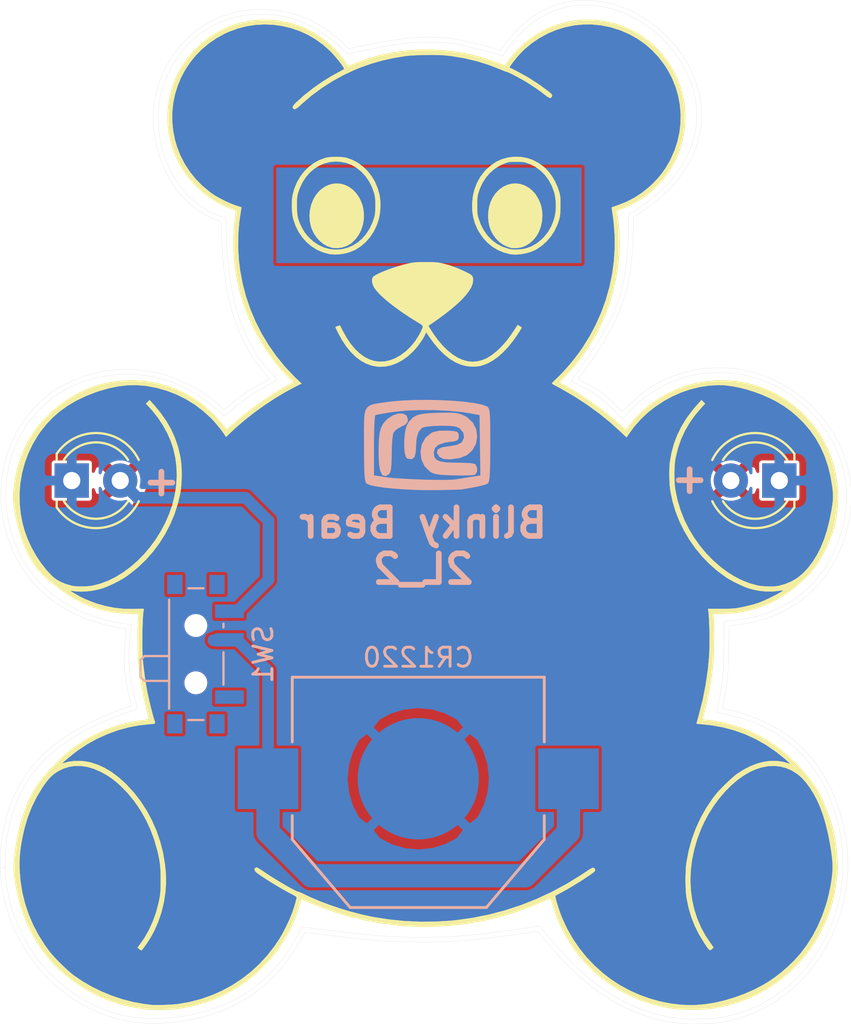
<source format=kicad_pcb>
(kicad_pcb (version 20171130) (host pcbnew "(5.1.2)-2")
  (layers (0 F.Cu signal) (31 B.Cu signal) (34 B.Paste user) (35 F.Paste user) (36 B.SilkS user) (37 F.SilkS user) (38 B.Mask user) (39 F.Mask user) (44 Edge.Cuts user))
  (net 0 "")
  (net 1 "Net-(D1-Pad2)")
  (net 2 GND)
  (net 3 /V+)
  (net 4 "Net-(SW1-Pad1)")
  (module LEDs:LED_D4.0mm (layer F.Cu) (at 154.432003 78.74 180)
    (fp_text reference D2 hide)
    (fp_text value LED)
    (pad 1 thru_hole rect (at 0 0 180) (size 1.8 1.8) (drill 0.9) (layers *.Cu *.Mask) (net 2 GND))
    (pad 2 thru_hole circle (at 2.54 0 180) (size 1.8 1.8) (drill 0.9) (layers *.Cu *.Mask) (net 1 "Net-(D1-Pad2)"))
  )
  (module blinky-bear:BlinkyBear_outline (layer F.Cu) (at 135.89 80.391)
    (fp_text reference Bear*** hide)
    (fp_text value LOGO hide)
    (fp_poly (pts (xy 8.863017 -26.797414) (xy 9.357175 -26.726652) (xy 9.853116 -26.607688) (xy 10.348789 -26.440345) (xy 10.842146 -26.224446) (xy 10.990151 -26.149788) (xy 11.429548 -25.897056) (xy 11.85992 -25.602558) (xy 12.271829 -25.274023) (xy 12.655835 -24.919182) (xy 13.002498 -24.545764) (xy 13.115436 -24.4094) (xy 13.431469 -23.980739) (xy 13.708625 -23.533) (xy 13.94543 -23.070369) (xy 14.140406 -22.597033) (xy 14.29208 -22.117176) (xy 14.398977 -21.634984) (xy 14.45962 -21.154642) (xy 14.472536 -20.680335) (xy 14.468495 -20.570406) (xy 14.418343 -20.058308) (xy 14.319099 -19.558696) (xy 14.171004 -19.071929) (xy 13.974295 -18.598366) (xy 13.729214 -18.138363) (xy 13.435998 -17.692279) (xy 13.094887 -17.260472) (xy 12.706122 -16.843299) (xy 12.26994 -16.441119) (xy 11.786581 -16.054289) (xy 11.256286 -15.683168) (xy 11.157316 -15.618991) (xy 10.904187 -15.456703) (xy 10.888156 -14.668902) (xy 10.868328 -14.071442) (xy 10.832777 -13.509316) (xy 10.77975 -12.977557) (xy 10.707494 -12.471195) (xy 10.614257 -11.985262) (xy 10.498284 -11.514788) (xy 10.357824 -11.054806) (xy 10.191124 -10.600346) (xy 9.996431 -10.146441) (xy 9.771992 -9.688121) (xy 9.516053 -9.220418) (xy 9.226863 -8.738362) (xy 8.902669 -8.236987) (xy 8.541716 -7.711321) (xy 8.327766 -7.411267) (xy 8.003109 -6.961234) (xy 8.275104 -6.817325) (xy 8.458178 -6.720251) (xy 8.604201 -6.642133) (xy 8.721156 -6.57842) (xy 8.817024 -6.52456) (xy 8.899788 -6.476) (xy 8.97743 -6.428188) (xy 9.057933 -6.376571) (xy 9.124954 -6.332646) (xy 9.260832 -6.234912) (xy 9.421876 -6.103915) (xy 9.610385 -5.937692) (xy 9.828664 -5.73428) (xy 9.843678 -5.719972) (xy 10.314747 -5.2705) (xy 10.688223 -5.639403) (xy 11.120772 -6.034505) (xy 11.57196 -6.383119) (xy 12.043617 -6.68615) (xy 12.537575 -6.944505) (xy 13.055667 -7.159092) (xy 13.599723 -7.330817) (xy 14.171576 -7.460587) (xy 14.4653 -7.509551) (xy 14.63112 -7.528334) (xy 14.834434 -7.54231) (xy 15.063844 -7.55147) (xy 15.307951 -7.555807) (xy 15.555355 -7.555313) (xy 15.794657 -7.54998) (xy 16.014458 -7.5398) (xy 16.20336 -7.524765) (xy 16.314551 -7.51082) (xy 16.915188 -7.393276) (xy 17.495414 -7.229381) (xy 18.054565 -7.019424) (xy 18.591979 -6.763694) (xy 19.106996 -6.46248) (xy 19.598951 -6.11607) (xy 19.7104 -6.028731) (xy 19.858645 -5.904051) (xy 20.027877 -5.751552) (xy 20.206563 -5.582445) (xy 20.383171 -5.407939) (xy 20.546172 -5.239246) (xy 20.684033 -5.087576) (xy 20.712397 -5.0546) (xy 21.081248 -4.582666) (xy 21.403065 -4.091576) (xy 21.678005 -3.580988) (xy 21.906221 -3.050559) (xy 22.087869 -2.499947) (xy 22.223103 -1.928808) (xy 22.280407 -1.5875) (xy 22.293775 -1.458375) (xy 22.303526 -1.290148) (xy 22.309663 -1.094392) (xy 22.312189 -0.882675) (xy 22.311107 -0.666569) (xy 22.30642 -0.457643) (xy 22.298131 -0.267469) (xy 22.286244 -0.107616) (xy 22.279991 -0.0508) (xy 22.179974 0.553743) (xy 22.033989 1.141286) (xy 21.843047 1.709278) (xy 21.608163 2.255172) (xy 21.330348 2.776417) (xy 21.010616 3.270465) (xy 20.900551 3.421154) (xy 20.782146 3.569419) (xy 20.636724 3.737052) (xy 20.474461 3.913443) (xy 20.305534 4.087987) (xy 20.14012 4.250077) (xy 19.988396 4.389105) (xy 19.901428 4.462494) (xy 19.446214 4.796783) (xy 18.961309 5.090465) (xy 18.448455 5.34284) (xy 17.909392 5.553207) (xy 17.345862 5.720868) (xy 16.759607 5.845121) (xy 16.299053 5.91019) (xy 15.90778 5.953967) (xy 15.892465 7.060033) (xy 15.886063 7.439715) (xy 15.877595 7.77611) (xy 15.866396 8.076711) (xy 15.851799 8.349012) (xy 15.833138 8.600507) (xy 15.809748 8.838688) (xy 15.780961 9.07105) (xy 15.746111 9.305086) (xy 15.704533 9.54829) (xy 15.655561 9.808154) (xy 15.64208 9.876624) (xy 15.616928 10.011281) (xy 15.59801 10.128282) (xy 15.586543 10.218673) (xy 15.583742 10.273501) (xy 15.586544 10.285455) (xy 15.619756 10.298614) (xy 15.690418 10.317802) (xy 15.786034 10.339782) (xy 15.8369 10.350328) (xy 16.43178 10.492452) (xy 17.014049 10.67719) (xy 17.578132 10.902056) (xy 18.118456 11.164568) (xy 18.629449 11.462242) (xy 19.105536 11.792593) (xy 19.150929 11.827268) (xy 19.318417 11.963901) (xy 19.50421 12.128283) (xy 19.697535 12.309885) (xy 19.887621 12.498177) (xy 20.063698 12.68263) (xy 20.214993 12.852715) (xy 20.277599 12.9286) (xy 20.584201 13.342355) (xy 20.871792 13.788924) (xy 21.129802 14.25103) (xy 21.295444 14.592769) (xy 21.53707 15.179585) (xy 21.73993 15.782987) (xy 21.902849 16.396815) (xy 22.024647 17.014903) (xy 22.104148 17.631091) (xy 22.140173 18.239214) (xy 22.131545 18.833111) (xy 22.125317 18.9357) (xy 22.055241 19.615449) (xy 21.938838 20.278952) (xy 21.776933 20.924349) (xy 21.570347 21.549784) (xy 21.319905 22.153398) (xy 21.026429 22.733336) (xy 20.690742 23.287738) (xy 20.313667 23.814747) (xy 19.896028 24.312506) (xy 19.609591 24.613106) (xy 19.148695 25.039156) (xy 18.663768 25.420464) (xy 18.155147 25.75686) (xy 17.623169 26.048176) (xy 17.068172 26.294242) (xy 16.490491 26.494891) (xy 15.890465 26.649952) (xy 15.347311 26.748112) (xy 15.222947 26.762687) (xy 15.061414 26.776236) (xy 14.872733 26.788407) (xy 14.666924 26.798849) (xy 14.454009 26.807209) (xy 14.244008 26.813136) (xy 14.046943 26.816278) (xy 13.872835 26.816284) (xy 13.731703 26.812802) (xy 13.6525 26.80759) (xy 13.431176 26.785606) (xy 13.251049 26.766804) (xy 13.102698 26.750041) (xy 12.976703 26.734173) (xy 12.863645 26.718057) (xy 12.754104 26.70055) (xy 12.7127 26.693511) (xy 12.10743 26.56539) (xy 11.511486 26.391) (xy 10.924248 26.169922) (xy 10.345097 25.90174) (xy 9.773412 25.586034) (xy 9.208574 25.222387) (xy 8.649965 24.81038) (xy 8.096963 24.349596) (xy 7.54895 23.839617) (xy 7.005305 23.280024) (xy 6.46541 22.6704) (xy 6.108635 22.2377) (xy 6.012268 22.120151) (xy 5.940461 22.039182) (xy 5.888316 21.989982) (xy 5.850936 21.967744) (xy 5.831476 21.965566) (xy 5.795573 21.970634) (xy 5.714935 21.982103) (xy 5.595115 21.999182) (xy 5.441667 22.021078) (xy 5.260144 22.046999) (xy 5.056099 22.07615) (xy 4.835085 22.107741) (xy 4.7244 22.123568) (xy 4.159651 22.202606) (xy 3.638318 22.271713) (xy 3.154096 22.331367) (xy 2.700679 22.382047) (xy 2.271759 22.42423) (xy 1.861033 22.458396) (xy 1.462193 22.485021) (xy 1.068934 22.504585) (xy 0.67495 22.517566) (xy 0.273936 22.524441) (xy -0.140416 22.52569) (xy -0.5334 22.522353) (xy -0.928002 22.515588) (xy -1.296685 22.50577) (xy -1.648965 22.49228) (xy -1.994353 22.474497) (xy -2.342364 22.451802) (xy -2.70251 22.423573) (xy -3.084304 22.389191) (xy -3.49726 22.348035) (xy -3.9497 22.299616) (xy -4.132231 22.279075) (xy -4.338077 22.255093) (xy -4.560692 22.228503) (xy -4.79353 22.200136) (xy -5.030043 22.170826) (xy -5.263687 22.141406) (xy -5.487913 22.112709) (xy -5.696175 22.085567) (xy -5.881927 22.060813) (xy -6.038623 22.039279) (xy -6.159716 22.021799) (xy -6.238659 22.009206) (xy -6.251818 22.006767) (xy -6.282694 22.004091) (xy -6.309583 22.014656) (xy -6.338715 22.045804) (xy -6.376319 22.104877) (xy -6.428622 22.199217) (xy -6.451955 22.242675) (xy -6.793951 22.834969) (xy -7.163651 23.384855) (xy -7.561467 23.89277) (xy -7.987811 24.359153) (xy -8.443093 24.78444) (xy -8.927725 25.169068) (xy -9.442119 25.513476) (xy -9.635344 25.628091) (xy -10.180073 25.912717) (xy -10.753005 26.157373) (xy -11.354983 26.362291) (xy -11.986853 26.527705) (xy -12.649458 26.653847) (xy -13.343645 26.740951) (xy -13.796314 26.775812) (xy -14.416711 26.787549) (xy -15.030712 26.749296) (xy -15.636446 26.661658) (xy -16.232046 26.525244) (xy -16.815642 26.34066) (xy -17.385365 26.108513) (xy -17.939346 25.829409) (xy -18.475717 25.503957) (xy -18.992608 25.132763) (xy -19.08844 25.057131) (xy -19.272925 24.901876) (xy -19.47675 24.717523) (xy -19.68842 24.515348) (xy -19.896441 24.306624) (xy -20.089318 24.102627) (xy -20.255558 23.914632) (xy -20.266778 23.901317) (xy -20.668206 23.384963) (xy -21.027963 22.843276) (xy -21.34508 22.279236) (xy -21.618584 21.695822) (xy -21.847505 21.096013) (xy -22.030872 20.482788) (xy -22.167714 19.859128) (xy -22.25706 19.22801) (xy -22.295812 18.625458) (xy -22.043612 18.625458) (xy -22.000919 19.238969) (xy -21.912244 19.845037) (xy -21.779088 20.441112) (xy -21.60295 21.024647) (xy -21.385331 21.593092) (xy -21.12773 22.1439) (xy -20.831647 22.67452) (xy -20.498583 23.182405) (xy -20.130036 23.665005) (xy -19.727507 24.119773) (xy -19.292496 24.544159) (xy -18.826503 24.935615) (xy -18.331027 25.291591) (xy -17.807568 25.609541) (xy -17.257627 25.886913) (xy -16.890882 26.042582) (xy -16.377431 26.223416) (xy -15.86188 26.360839) (xy -15.335974 26.456382) (xy -14.791459 26.511577) (xy -14.2748 26.528029) (xy -13.602573 26.50708) (xy -12.941949 26.442576) (xy -12.296243 26.335412) (xy -11.668773 26.18648) (xy -11.062855 25.996673) (xy -10.481804 25.766884) (xy -9.928937 25.498006) (xy -9.479345 25.236695) (xy -8.986306 24.896636) (xy -8.519054 24.513877) (xy -8.079471 24.090544) (xy -7.669443 23.628763) (xy -7.290853 23.130659) (xy -6.945586 22.598359) (xy -6.635525 22.033988) (xy -6.628614 22.02023) (xy -6.566305 21.89703) (xy -6.521174 21.812638) (xy -6.488042 21.760244) (xy -6.461732 21.733038) (xy -6.437068 21.724211) (xy -6.408871 21.726954) (xy -6.406063 21.727519) (xy -6.350811 21.736916) (xy -6.252158 21.751702) (xy -6.117108 21.770944) (xy -5.952665 21.793711) (xy -5.765832 21.81907) (xy -5.563615 21.846087) (xy -5.353016 21.87383) (xy -5.141039 21.901366) (xy -4.93469 21.927764) (xy -4.740971 21.952089) (xy -4.566886 21.97341) (xy -4.4958 21.981896) (xy -3.912625 22.048436) (xy -3.369282 22.105321) (xy -2.855904 22.153419) (xy -2.362625 22.193598) (xy -1.879579 22.226728) (xy -1.4224 22.2524) (xy -1.236936 22.259678) (xy -1.013653 22.265053) (xy -0.76046 22.268594) (xy -0.485267 22.270368) (xy -0.195981 22.270441) (xy 0.09949 22.268882) (xy 0.393237 22.265757) (xy 0.677352 22.261133) (xy 0.943926 22.255078) (xy 1.185051 22.247658) (xy 1.392818 22.238942) (xy 1.55932 22.228996) (xy 1.5875 22.226823) (xy 2.308385 22.162303) (xy 3.057243 22.083706) (xy 3.813967 21.993357) (xy 4.558451 21.893583) (xy 4.907689 21.842707) (xy 5.087718 21.815838) (xy 5.273039 21.788336) (xy 5.449499 21.762289) (xy 5.602946 21.739787) (xy 5.711951 21.723966) (xy 6.001003 21.682374) (xy 6.053103 21.753895) (xy 6.113781 21.834123) (xy 6.200025 21.944017) (xy 6.304481 22.074554) (xy 6.419799 22.216707) (xy 6.538625 22.361454) (xy 6.653607 22.499767) (xy 6.757393 22.622624) (xy 6.819711 22.6949) (xy 7.358925 23.285727) (xy 7.901486 23.826174) (xy 8.447891 24.31658) (xy 8.99864 24.757286) (xy 9.554229 25.148631) (xy 10.115157 25.490954) (xy 10.681922 25.784597) (xy 11.255021 26.029898) (xy 11.834953 26.227197) (xy 12.106869 26.30263) (xy 12.467754 26.38707) (xy 12.837445 26.455736) (xy 13.229865 26.510903) (xy 13.6398 26.553179) (xy 13.740044 26.558287) (xy 13.880952 26.560374) (xy 14.052496 26.559741) (xy 14.244646 26.556684) (xy 14.447376 26.551505) (xy 14.650657 26.544502) (xy 14.844461 26.535973) (xy 15.01876 26.526219) (xy 15.163526 26.515539) (xy 15.2654 26.504692) (xy 15.862605 26.397863) (xy 16.442501 26.243983) (xy 17.003382 26.044344) (xy 17.54354 25.800239) (xy 18.06127 25.512962) (xy 18.554866 25.183804) (xy 19.022621 24.81406) (xy 19.462828 24.405022) (xy 19.873783 23.957983) (xy 20.253777 23.474235) (xy 20.601105 22.955073) (xy 20.914061 22.401787) (xy 21.054631 22.11801) (xy 21.314756 21.509693) (xy 21.526478 20.887482) (xy 21.689499 20.253814) (xy 21.803519 19.611124) (xy 21.86824 18.96185) (xy 21.883362 18.308427) (xy 21.848588 17.653292) (xy 21.763617 16.99888) (xy 21.714991 16.735283) (xy 21.56293 16.086739) (xy 21.372941 15.468032) (xy 21.14572 14.880243) (xy 20.881967 14.324452) (xy 20.582381 13.801741) (xy 20.24766 13.313188) (xy 19.878503 12.859874) (xy 19.475609 12.442881) (xy 19.039676 12.063287) (xy 18.571404 11.722173) (xy 18.4023 11.613505) (xy 17.978643 11.37282) (xy 17.516962 11.152242) (xy 17.027354 10.955597) (xy 16.519915 10.786709) (xy 16.00474 10.649402) (xy 15.6718 10.579143) (xy 15.539583 10.554052) (xy 15.424217 10.531841) (xy 15.33537 10.514396) (xy 15.282709 10.503602) (xy 15.273683 10.501499) (xy 15.259365 10.482853) (xy 15.261414 10.433519) (xy 15.279982 10.345689) (xy 15.316475 10.1872) (xy 15.357041 9.995459) (xy 15.399086 9.784216) (xy 15.440018 9.567217) (xy 15.477246 9.358214) (xy 15.508176 9.170955) (xy 15.530217 9.019188) (xy 15.530499 9.017) (xy 15.551415 8.849216) (xy 15.569122 8.693475) (xy 15.583963 8.543141) (xy 15.596282 8.391573) (xy 15.60642 8.232135) (xy 15.614723 8.058188) (xy 15.621531 7.863095) (xy 15.62719 7.640216) (xy 15.632041 7.382914) (xy 15.636429 7.084551) (xy 15.638416 6.929241) (xy 15.653381 5.717783) (xy 15.78324 5.705046) (xy 15.863232 5.697244) (xy 15.976771 5.686225) (xy 16.106838 5.67364) (xy 16.201614 5.664492) (xy 16.784861 5.585104) (xy 17.347528 5.461906) (xy 17.88772 5.295858) (xy 18.403541 5.087916) (xy 18.893093 4.839038) (xy 19.35448 4.55018) (xy 19.785807 4.222302) (xy 20.185177 3.856359) (xy 20.528683 3.4798) (xy 20.848812 3.058767) (xy 21.136233 2.603179) (xy 21.388943 2.118949) (xy 21.604939 1.611991) (xy 21.782218 1.08822) (xy 21.918777 0.553551) (xy 22.012613 0.013896) (xy 22.061723 -0.524828) (xy 22.06421 -1.0541) (xy 22.016942 -1.595461) (xy 21.920039 -2.131659) (xy 21.774613 -2.659785) (xy 21.581779 -3.17693) (xy 21.34265 -3.680185) (xy 21.058341 -4.166641) (xy 20.729966 -4.633388) (xy 20.658875 -4.7244) (xy 20.554902 -4.847856) (xy 20.421904 -4.994634) (xy 20.269089 -5.155512) (xy 20.105663 -5.321271) (xy 19.940834 -5.482688) (xy 19.783808 -5.630544) (xy 19.643794 -5.755617) (xy 19.558 -5.82693) (xy 19.11369 -6.151663) (xy 18.642761 -6.442978) (xy 18.154103 -6.696083) (xy 17.656608 -6.906189) (xy 17.370638 -7.005464) (xy 16.975702 -7.119837) (xy 16.594548 -7.20466) (xy 16.209546 -7.262944) (xy 15.803066 -7.297702) (xy 15.6083 -7.306474) (xy 15.02554 -7.301992) (xy 14.456112 -7.24872) (xy 13.901202 -7.14707) (xy 13.361997 -6.997457) (xy 12.839686 -6.800296) (xy 12.335454 -6.556) (xy 11.850489 -6.264983) (xy 11.385979 -5.92766) (xy 11.188156 -5.764483) (xy 11.082848 -5.670714) (xy 10.962502 -5.557782) (xy 10.835445 -5.434095) (xy 10.71 -5.308061) (xy 10.594493 -5.188088) (xy 10.49725 -5.082584) (xy 10.426596 -4.999958) (xy 10.410457 -4.979041) (xy 10.367313 -4.92898) (xy 10.333074 -4.903156) (xy 10.328398 -4.9022) (xy 10.3046 -4.919409) (xy 10.249545 -4.968085) (xy 10.167925 -5.043799) (xy 10.064432 -5.142127) (xy 9.943759 -5.258641) (xy 9.810597 -5.388914) (xy 9.768025 -5.430896) (xy 9.587667 -5.607584) (xy 9.431245 -5.75618) (xy 9.29066 -5.882535) (xy 9.157809 -5.992501) (xy 9.024591 -6.091928) (xy 8.882906 -6.186667) (xy 8.724651 -6.282569) (xy 8.541725 -6.385484) (xy 8.326028 -6.501265) (xy 8.1788 -6.578667) (xy 8.026993 -6.658164) (xy 7.890961 -6.729514) (xy 7.776907 -6.789456) (xy 7.691029 -6.834726) (xy 7.639529 -6.862065) (xy 7.627223 -6.868809) (xy 7.640014 -6.889615) (xy 7.678868 -6.945812) (xy 7.739812 -7.031823) (xy 7.818873 -7.14207) (xy 7.912077 -7.270976) (xy 7.991349 -7.379944) (xy 8.337702 -7.86289) (xy 8.649363 -8.314995) (xy 8.928608 -8.740263) (xy 9.177713 -9.142697) (xy 9.398954 -9.526299) (xy 9.594605 -9.895074) (xy 9.766942 -10.253025) (xy 9.91824 -10.604155) (xy 10.050775 -10.952467) (xy 10.095915 -11.08262) (xy 10.252512 -11.599478) (xy 10.382126 -12.144479) (xy 10.485164 -12.720563) (xy 10.56203 -13.330672) (xy 10.613134 -13.977745) (xy 10.638879 -14.664724) (xy 10.64238 -15.0368) (xy 10.642651 -15.6083) (xy 10.770089 -15.679876) (xy 10.883266 -15.747226) (xy 11.025859 -15.837815) (xy 11.186821 -15.944166) (xy 11.355106 -16.058803) (xy 11.519667 -16.174249) (xy 11.669458 -16.283027) (xy 11.74283 -16.338288) (xy 12.198708 -16.713366) (xy 12.610525 -17.106062) (xy 12.977447 -17.515153) (xy 13.298637 -17.939414) (xy 13.573261 -18.377622) (xy 13.800485 -18.828552) (xy 13.979473 -19.290982) (xy 14.10939 -19.763686) (xy 14.122884 -19.827056) (xy 14.194601 -20.2997) (xy 14.217374 -20.776168) (xy 14.192616 -21.253591) (xy 14.12174 -21.729105) (xy 14.00616 -22.199841) (xy 13.847289 -22.662934) (xy 13.64654 -23.115515) (xy 13.405326 -23.554719) (xy 13.125061 -23.977678) (xy 12.807158 -24.381526) (xy 12.453031 -24.763395) (xy 12.064092 -25.120419) (xy 11.641755 -25.449731) (xy 11.210735 -25.73439) (xy 10.751082 -25.987157) (xy 10.280973 -26.19495) (xy 9.803605 -26.357205) (xy 9.322173 -26.473359) (xy 8.839876 -26.54285) (xy 8.359908 -26.565114) (xy 7.885468 -26.539587) (xy 7.419752 -26.465707) (xy 7.2644 -26.429583) (xy 6.813021 -26.289838) (xy 6.375781 -26.102042) (xy 5.954218 -25.867355) (xy 5.549871 -25.58694) (xy 5.164279 -25.261958) (xy 4.79898 -24.89357) (xy 4.455514 -24.482937) (xy 4.183922 -24.1046) (xy 4.126709 -24.019379) (xy 4.080912 -23.951577) (xy 4.053333 -23.911244) (xy 4.048598 -23.904636) (xy 4.023075 -23.908637) (xy 3.95549 -23.924919) (xy 3.852599 -23.951696) (xy 3.721153 -23.987185) (xy 3.567906 -24.029599) (xy 3.449168 -24.063054) (xy 3.009803 -24.184607) (xy 2.609242 -24.288567) (xy 2.239332 -24.376711) (xy 1.891917 -24.450822) (xy 1.558843 -24.512678) (xy 1.231953 -24.564061) (xy 1.0287 -24.591454) (xy 0.886162 -24.604653) (xy 0.703246 -24.614188) (xy 0.490235 -24.620131) (xy 0.257414 -24.622552) (xy 0.015066 -24.621523) (xy -0.226524 -24.617115) (xy -0.457073 -24.6094) (xy -0.666296 -24.598449) (xy -0.84391 -24.584333) (xy -0.9017 -24.578067) (xy -1.296342 -24.526026) (xy -1.729298 -24.459792) (xy -2.190656 -24.381141) (xy -2.670507 -24.291849) (xy -3.158937 -24.193691) (xy -3.646038 -24.088444) (xy -3.691116 -24.078314) (xy -3.817069 -24.050477) (xy -3.926752 -24.027285) (xy -4.00984 -24.010847) (xy -4.056008 -24.003269) (xy -4.060164 -24.003) (xy -4.08995 -24.019801) (xy -4.14862 -24.066072) (xy -4.228886 -24.135614) (xy -4.32346 -24.222229) (xy -4.371381 -24.267651) (xy -4.797782 -24.648949) (xy -5.235743 -24.987363) (xy -5.682752 -25.28144) (xy -6.136303 -25.529727) (xy -6.593884 -25.730769) (xy -7.052986 -25.883115) (xy -7.245013 -25.932079) (xy -7.619564 -26.002447) (xy -8.02473 -26.048834) (xy -8.446403 -26.071028) (xy -8.870478 -26.06882) (xy -9.282848 -26.041999) (xy -9.669406 -25.990354) (xy -9.778681 -25.969898) (xy -10.260172 -25.847472) (xy -10.725326 -25.678353) (xy -11.171369 -25.464804) (xy -11.595528 -25.209087) (xy -11.995031 -24.913466) (xy -12.367104 -24.580202) (xy -12.708973 -24.211559) (xy -13.017866 -23.809799) (xy -13.291009 -23.377185) (xy -13.525629 -22.91598) (xy -13.527966 -22.9108) (xy -13.724325 -22.41476) (xy -13.870821 -21.909523) (xy -13.967437 -21.395686) (xy -14.014158 -20.873845) (xy -14.010966 -20.344595) (xy -13.957845 -19.808534) (xy -13.854781 -19.266258) (xy -13.701755 -18.718362) (xy -13.646701 -18.5547) (xy -13.577904 -18.374213) (xy -13.490438 -18.169615) (xy -13.390977 -17.954723) (xy -13.286191 -17.743354) (xy -13.182755 -17.549324) (xy -13.087341 -17.38645) (xy -13.067299 -17.354953) (xy -12.785319 -16.963273) (xy -12.47115 -16.606469) (xy -12.127888 -16.286982) (xy -11.758632 -16.007255) (xy -11.366478 -15.76973) (xy -10.954524 -15.57685) (xy -10.690334 -15.480693) (xy -10.471368 -15.409469) (xy -10.455565 -15.242185) (xy -10.44997 -15.156789) (xy -10.445214 -15.034452) (xy -10.441685 -14.889032) (xy -10.43977 -14.734385) (xy -10.439539 -14.6685) (xy -10.430464 -14.20227) (xy -10.404707 -13.705996) (xy -10.363735 -13.194557) (xy -10.309016 -12.68283) (xy -10.242019 -12.185692) (xy -10.16421 -11.718022) (xy -10.1319 -11.550067) (xy -9.983685 -10.898667) (xy -9.807927 -10.287635) (xy -9.603424 -9.713901) (xy -9.368972 -9.174395) (xy -9.10337 -8.666047) (xy -8.826248 -8.2169) (xy -8.655217 -7.967202) (xy -8.494051 -7.748419) (xy -8.330851 -7.545564) (xy -8.153719 -7.343652) (xy -8.01376 -7.193474) (xy -7.91746 -7.091783) (xy -7.852099 -7.020367) (xy -7.813562 -6.972733) (xy -7.797734 -6.942391) (xy -7.800499 -6.922849) (xy -7.817741 -6.907614) (xy -7.828302 -6.900944) (xy -7.935161 -6.83633) (xy -8.075478 -6.753531) (xy -8.238246 -6.65893) (xy -8.412459 -6.558908) (xy -8.58711 -6.459848) (xy -8.6487 -6.425243) (xy -8.860248 -6.303894) (xy -9.056032 -6.184917) (xy -9.243361 -6.063001) (xy -9.429544 -5.932835) (xy -9.621889 -5.789108) (xy -9.827706 -5.626508) (xy -10.054302 -5.439725) (xy -10.308987 -5.223447) (xy -10.344393 -5.193014) (xy -10.541485 -5.023408) (xy -10.734546 -5.197754) (xy -11.216722 -5.607837) (xy -11.70133 -5.968615) (xy -12.19134 -6.281581) (xy -12.68972 -6.548229) (xy -13.199441 -6.770052) (xy -13.723472 -6.948541) (xy -14.264782 -7.085191) (xy -14.619988 -7.15111) (xy -15.13039 -7.209755) (xy -15.65913 -7.225848) (xy -16.198275 -7.200312) (xy -16.73989 -7.134071) (xy -17.276039 -7.028052) (xy -17.798789 -6.883178) (xy -18.2245 -6.731037) (xy -18.706636 -6.51256) (xy -19.1635 -6.251673) (xy -19.593238 -5.951047) (xy -19.993995 -5.613354) (xy -20.363918 -5.241264) (xy -20.701152 -4.837447) (xy -21.003844 -4.404575) (xy -21.270138 -3.945319) (xy -21.498181 -3.46235) (xy -21.686119 -2.958338) (xy -21.832097 -2.435953) (xy -21.934262 -1.897868) (xy -21.990758 -1.346753) (xy -21.993243 -1.302299) (xy -22.000441 -0.702585) (xy -21.958346 -0.11499) (xy -21.866797 0.461283) (xy -21.725631 1.02703) (xy -21.534689 1.583046) (xy -21.298319 2.1209) (xy -21.033881 2.614153) (xy -20.740443 3.067814) (xy -20.414395 3.48629) (xy -20.052123 3.873991) (xy -19.650016 4.235326) (xy -19.411933 4.423389) (xy -18.967279 4.729284) (xy -18.484867 5.004168) (xy -17.968197 5.246666) (xy -17.420769 5.455402) (xy -16.846083 5.629004) (xy -16.247639 5.766095) (xy -15.7988 5.842181) (xy -15.666388 5.861715) (xy -15.55123 5.879298) (xy -15.463016 5.893404) (xy -15.411436 5.902508) (xy -15.403131 5.90444) (xy -15.394308 5.931961) (xy -15.398503 6.005457) (xy -15.415825 6.126088) (xy -15.433538 6.226871) (xy -15.495912 6.641562) (xy -15.531608 7.06905) (xy -15.541512 7.522214) (xy -15.537628 7.743594) (xy -15.495421 8.395387) (xy -15.406529 9.029669) (xy -15.270343 9.650316) (xy -15.197755 9.91172) (xy -15.162531 10.033946) (xy -15.133083 10.141688) (xy -15.112321 10.223902) (xy -15.103153 10.269545) (xy -15.102996 10.271477) (xy -15.10884 10.290575) (xy -15.132416 10.311185) (xy -15.179553 10.335862) (xy -15.25608 10.367162) (xy -15.367826 10.40764) (xy -15.520621 10.45985) (xy -15.572234 10.477147) (xy -16.138068 10.678794) (xy -16.693725 10.901473) (xy -17.232212 11.141759) (xy -17.746537 11.396226) (xy -18.229708 11.661449) (xy -18.674732 11.934002) (xy -19.001591 12.157181) (xy -19.479613 12.528055) (xy -19.914535 12.921848) (xy -20.307172 13.339988) (xy -20.658337 13.783901) (xy -20.968846 14.255016) (xy -21.239513 14.754761) (xy -21.471152 15.284562) (xy -21.664577 15.845847) (xy -21.820604 16.440043) (xy -21.940046 17.068579) (xy -21.985056 17.3863) (xy -22.038824 18.007052) (xy -22.043612 18.625458) (xy -22.295812 18.625458) (xy -22.297938 18.592415) (xy -22.289379 17.955323) (xy -22.275061 17.739238) (xy -22.214607 17.190506) (xy -22.121877 16.640349) (xy -21.999576 16.100776) (xy -21.850406 15.583795) (xy -21.686735 15.1257) (xy -21.600684 14.924229) (xy -21.493115 14.69711) (xy -21.372158 14.459942) (xy -21.245947 14.228324) (xy -21.122615 14.017855) (xy -21.046757 13.898131) (xy -20.709297 13.431297) (xy -20.327552 12.987349) (xy -19.90122 12.566034) (xy -19.430001 12.167096) (xy -18.913594 11.790281) (xy -18.351697 11.435335) (xy -17.74401 11.102001) (xy -17.7419 11.100922) (xy -17.376255 10.922392) (xy -16.977538 10.742696) (xy -16.562801 10.568912) (xy -16.149101 10.408116) (xy -15.75349 10.267384) (xy -15.652178 10.233806) (xy -15.533411 10.193458) (xy -15.457117 10.162821) (xy -15.416679 10.138549) (xy -15.405477 10.117294) (xy -15.407234 10.10996) (xy -15.418806 10.072718) (xy -15.440137 9.995763) (xy -15.468659 9.888663) (xy -15.501804 9.760988) (xy -15.519898 9.6901) (xy -15.614588 9.274026) (xy -15.693647 8.839075) (xy -15.752886 8.409861) (xy -15.774954 8.1915) (xy -15.787584 7.985371) (xy -15.793594 7.746432) (xy -15.793346 7.487672) (xy -15.787197 7.222077) (xy -15.775509 6.962637) (xy -15.75864 6.72234) (xy -15.736952 6.514174) (xy -15.726407 6.4389) (xy -15.708716 6.321111) (xy -15.69493 6.223329) (xy -15.686384 6.155476) (xy -15.684414 6.127476) (xy -15.684491 6.127325) (xy -15.710007 6.120913) (xy -15.776011 6.108292) (xy -15.872818 6.091219) (xy -15.990746 6.071454) (xy -16.004542 6.069199) (xy -16.649956 5.941931) (xy -17.265462 5.775837) (xy -17.850162 5.571626) (xy -18.403162 5.330006) (xy -18.923566 5.051686) (xy -19.410478 4.737375) (xy -19.863001 4.387782) (xy -20.280241 4.003615) (xy -20.661302 3.585584) (xy -21.005287 3.134396) (xy -21.311301 2.650761) (xy -21.578449 2.135387) (xy -21.805834 1.588983) (xy -21.860353 1.436056) (xy -22.03189 0.86412) (xy -22.155303 0.287139) (xy -22.230883 -0.291973) (xy -22.258924 -0.870303) (xy -22.239719 -1.44494) (xy -22.173559 -2.012971) (xy -22.060739 -2.571483) (xy -21.901551 -3.117563) (xy -21.696288 -3.6483) (xy -21.445242 -4.16078) (xy -21.266787 -4.46798) (xy -20.968136 -4.906574) (xy -20.629169 -5.323464) (xy -20.256213 -5.712153) (xy -19.855594 -6.066147) (xy -19.433639 -6.378948) (xy -19.3548 -6.431096) (xy -18.906376 -6.693298) (xy -18.426236 -6.919864) (xy -17.919946 -7.109666) (xy -17.393071 -7.261576) (xy -16.851177 -7.374465) (xy -16.299831 -7.447205) (xy -15.744596 -7.478669) (xy -15.191039 -7.467726) (xy -14.644726 -7.41325) (xy -14.5669 -7.401741) (xy -14.009372 -7.290536) (xy -13.455738 -7.130109) (xy -12.909207 -6.922034) (xy -12.372989 -6.667885) (xy -11.850295 -6.369237) (xy -11.344334 -6.027662) (xy -10.858316 -5.644736) (xy -10.696673 -5.504052) (xy -10.534845 -5.359626) (xy -10.366473 -5.507022) (xy -10.090384 -5.743437) (xy -9.8367 -5.948647) (xy -9.595001 -6.130218) (xy -9.354865 -6.295717) (xy -9.105874 -6.452711) (xy -8.89 -6.579145) (xy -8.75084 -6.658419) (xy -8.612219 -6.73758) (xy -8.486631 -6.809482) (xy -8.38657 -6.866974) (xy -8.35048 -6.887815) (xy -8.179259 -6.986974) (xy -8.385838 -7.220937) (xy -8.760449 -7.680149) (xy -9.101029 -8.171044) (xy -9.407833 -8.694418) (xy -9.681113 -9.251069) (xy -9.921125 -9.841793) (xy -10.128122 -10.467388) (xy -10.302357 -11.12865) (xy -10.444085 -11.826376) (xy -10.553559 -12.561363) (xy -10.631034 -13.334408) (xy -10.676762 -14.146308) (xy -10.685317 -14.4399) (xy -10.690001 -14.623606) (xy -10.695388 -14.792234) (xy -10.701162 -14.938629) (xy -10.707007 -15.055637) (xy -10.712609 -15.136102) (xy -10.717612 -15.172763) (xy -10.751962 -15.207602) (xy -10.830614 -15.251792) (xy -10.948544 -15.302539) (xy -10.956541 -15.305646) (xy -11.406545 -15.506031) (xy -11.827262 -15.747497) (xy -12.218044 -16.029166) (xy -12.578242 -16.350161) (xy -12.907208 -16.709605) (xy -13.204294 -17.106619) (xy -13.468852 -17.540328) (xy -13.700232 -18.009853) (xy -13.897786 -18.514317) (xy -14.060867 -19.052842) (xy -14.188826 -19.624552) (xy -14.202211 -19.6977) (xy -14.22899 -19.889917) (xy -14.248569 -20.118262) (xy -14.260847 -20.369961) (xy -14.265726 -20.632237) (xy -14.263105 -20.892315) (xy -14.252885 -21.137418) (xy -14.234965 -21.35477) (xy -14.216244 -21.49289) (xy -14.131248 -21.92046) (xy -14.02301 -22.319527) (xy -13.885829 -22.707799) (xy -13.714009 -23.102985) (xy -13.66597 -23.2029) (xy -13.453366 -23.600672) (xy -13.218144 -23.967215) (xy -12.951566 -24.314789) (xy -12.644895 -24.655651) (xy -12.591124 -24.71079) (xy -12.200603 -25.072576) (xy -11.786369 -25.38946) (xy -11.348836 -25.661233) (xy -10.888415 -25.887688) (xy -10.405519 -26.068616) (xy -9.900559 -26.203809) (xy -9.485631 -26.278236) (xy -9.297991 -26.298586) (xy -9.073065 -26.312771) (xy -8.823989 -26.320784) (xy -8.563904 -26.322616) (xy -8.305946 -26.318257) (xy -8.063256 -26.307699) (xy -7.848971 -26.290933) (xy -7.750398 -26.279391) (xy -7.235312 -26.186438) (xy -6.7361 -26.048631) (xy -6.250978 -25.865066) (xy -5.778163 -25.63484) (xy -5.315874 -25.357049) (xy -4.862326 -25.03079) (xy -4.415738 -24.655158) (xy -4.258344 -24.509582) (xy -4.008188 -24.272687) (xy -3.801144 -24.317135) (xy -3.210999 -24.441241) (xy -2.664722 -24.550099) (xy -2.15772 -24.643696) (xy -1.6854 -24.722022) (xy -1.243169 -24.785066) (xy -0.826434 -24.832817) (xy -0.430602 -24.865264) (xy -0.051081 -24.882397) (xy 0.316722 -24.884204) (xy 0.6774 -24.870675) (xy 1.035546 -24.841799) (xy 1.395753 -24.797564) (xy 1.762614 -24.737961) (xy 2.140721 -24.662978) (xy 2.534668 -24.572604) (xy 2.949047 -24.466828) (xy 3.38845 -24.34564) (xy 3.548446 -24.299743) (xy 3.934593 -24.188009) (xy 4.021203 -24.317755) (xy 4.216443 -24.588952) (xy 4.444558 -24.869985) (xy 4.693337 -25.147283) (xy 4.950569 -25.407276) (xy 5.204042 -25.636395) (xy 5.2197 -25.649563) (xy 5.62586 -25.958021) (xy 6.050191 -26.219697) (xy 6.490642 -26.434416) (xy 6.945166 -26.601998) (xy 7.411714 -26.722266) (xy 7.888238 -26.795043) (xy 8.372688 -26.820152) (xy 8.863017 -26.797414)) (layer Edge.Cuts) (width 0.01))
  )
  (module blinky-bear:BlinkyBear_silk (layer F.Cu) (at 135.89 80.518)
    (fp_text reference G*** hide)
    (fp_text value LOGO hide)
  )
  (module blinky-bear:BlinkyBear_Heart_FCu (layer F.Cu) (at 135.509 84.709)
    (fp_text reference G*** hide)
    (fp_text value LOGO hide)
  )
  (module LEDs:LED_D4.0mm (layer F.Cu) (at 117.348 78.74)
    (fp_text reference D1 hide)
    (fp_text value LED)
    (pad 1 thru_hole rect (at 0 0) (size 1.8 1.8) (drill 0.9) (layers *.Cu *.Mask) (net 2 GND))
    (pad 2 thru_hole circle (at 2.54 0) (size 1.8 1.8) (drill 0.9) (layers *.Cu *.Mask) (net 1 "Net-(D1-Pad2)"))
  )
  (module blinky-bear:BlinkyBear_BroochBack (layer B.Cu) (at 136.0678 64.8462)
    (fp_text reference REF** hide)
    (fp_text value BlinkyBear_BroochBack hide)
    (pad 1 smd rect (at 0 0) (size 16 5) (layers B.Cu B.Paste B.Mask))
  )
  (module blinky-bear:CR1220_Halter (layer B.Cu) (at 135.509 94.361 180)
    (fp_text reference BT1 hide)
    (fp_text value CR1220 (at 0 6.35 180) (layer B.SilkS) (effects (justify mirror)))
    (pad 1 smd rect (at -7.874 0 180) (size 3.175 3.175) (layers B.Cu B.Paste B.Mask) (net 3 /V+))
    (pad 1 smd rect (at 7.874 0 180) (size 3.175 3.175) (layers B.Cu B.Paste B.Mask) (net 3 /V+))
    (pad 2 smd circle (at 0 0 180) (size 6.35 6.35) (layers B.Cu B.Paste B.Mask) (net 2 GND))
  )
  (module blinky-bear:MyBasic_rounded_50_1 (layer B.Cu) (at 136.017 76.835 180)
    (fp_text reference G*** hide)
    (fp_text value LOGO hide)
  )
  (module Buttons_Switches_SMD:SW_SPDT_PCM12 (layer B.Cu) (at 124.1806 87.8332 90)
    (fp_text reference SW1 (at 0 3.2 90) (layer B.SilkS) (effects (justify mirror)))
    (fp_text value SW_SPDT)
    (pad "" smd rect (at -3.65 0.78 90) (size 1 0.8) (layers B.Cu B.Paste B.Mask))
    (pad "" smd rect (at 3.65 0.78 90) (size 1 0.8) (layers B.Cu B.Paste B.Mask))
    (pad "" smd rect (at 3.65 -1.43 90) (size 1 0.8) (layers B.Cu B.Paste B.Mask))
    (pad "" smd rect (at -3.65 -1.43 90) (size 1 0.8) (layers B.Cu B.Paste B.Mask))
    (pad 3 smd rect (at 2.25 1.43 90) (size 0.7 1.5) (layers B.Cu B.Paste B.Mask) (net 1 "Net-(D1-Pad2)"))
    (pad 2 smd rect (at 0.75 1.43 90) (size 0.7 1.5) (layers B.Cu B.Paste B.Mask) (net 3 /V+))
    (pad 1 smd rect (at -2.25 1.43 90) (size 0.7 1.5) (layers B.Cu B.Paste B.Mask) (net 4 "Net-(SW1-Pad1)"))
    (pad "" np_thru_hole circle (at 1.5 -0.33 90) (size 0.9 0.9) (drill 0.9) (layers *.Cu *.Mask))
    (pad "" np_thru_hole circle (at -1.5 -0.33 90) (size 0.9 0.9) (drill 0.9) (layers *.Cu *.Mask))
  )
  (gr_text "Blinky Bear\n2L_2" (at 135.763 82.169) (layer B.SilkS) (effects (font (size 1.5 1.5) (thickness 0.3)) (justify mirror)))
  (gr_text + (at 122.047 78.74) (layer B.SilkS) (effects (font (size 1.5 1.5) (thickness 0.3)) (justify mirror)))
  (gr_text + (at 149.733 78.613) (layer B.SilkS) (effects (font (size 1.5 1.5) (thickness 0.3)) (justify mirror)))
  (segment (start 120.787999 79.639999) (end 126.452199 79.639999) (width 0.6096) (layer B.Cu) (net 1))
  (segment (start 119.888 78.74) (end 120.787999 79.639999) (width 0.6096) (layer B.Cu) (net 1))
  (segment (start 126.452199 79.639999) (end 127.6604 80.8482) (width 0.6096) (layer B.Cu) (net 1))
  (segment (start 126.0106 85.5832) (end 125.6106 85.5832) (width 0.6096) (layer B.Cu) (net 1))
  (segment (start 127.6604 83.9334) (end 126.0106 85.5832) (width 0.6096) (layer B.Cu) (net 1))
  (segment (start 127.6604 80.8482) (end 127.6604 83.9334) (width 0.6096) (layer B.Cu) (net 1))
  (segment (start 125.1724 87.1072) (end 124.7724 87.1072) (width 0.6096) (layer B.Cu) (net 3))
  (segment (start 125.7312 87.0818) (end 125.3312 87.0818) (width 0.6096) (layer B.Cu) (net 3))
  (segment (start 134.105 94.361) (end 135.509 94.361) (width 0.25) (layer B.Cu) (net 2))
  (segment (start 141.1097 99.441) (end 129.9083 99.441) (width 1.2192) (layer B.Cu) (net 3))
  (segment (start 129.9083 99.441) (end 127.635 97.1677) (width 1.2192) (layer B.Cu) (net 3))
  (segment (start 127.635 97.1677) (end 127.635 94.361) (width 1.2192) (layer B.Cu) (net 3))
  (segment (start 143.383 94.361) (end 143.383 97.1677) (width 1.2192) (layer B.Cu) (net 3))
  (segment (start 143.383 97.1677) (end 141.1097 99.441) (width 1.2192) (layer B.Cu) (net 3))
  (segment (start 126.0106 87.0832) (end 125.6106 87.0832) (width 0.6096) (layer B.Cu) (net 3))
  (segment (start 127.635 88.7076) (end 126.0106 87.0832) (width 0.6096) (layer B.Cu) (net 3))
  (segment (start 127.635 94.361) (end 127.635 88.7076) (width 0.6096) (layer B.Cu) (net 3))
  (zone (net 2) (net_name GND) (layer B.Cu) (connect_pads (clearance 0.1524)) (min_thickness 0.1524) (fill yes (arc_segments 16) (thermal_gap 0.508) (thermal_bridge_width 0.508))
    (polygon (pts (xy 127.044606 54.641952) (xy 126.884803 54.658176) (xy 126.392518 54.741176) (xy 125.917419 54.870394) (xy 125.462041 55.043543) (xy 125.028944 55.258329) (xy 124.620677 55.512457) (xy 124.239784 55.803642) (xy 123.888822 56.129588) (xy 123.570337 56.488002) (xy 123.286877 56.876591) (xy 123.040995 57.293072) (xy 122.835241 57.73514) (xy 122.672161 58.200512) (xy 122.589092 58.519553) (xy 122.505305 59.003104) (xy 122.470207 59.489015) (xy 122.482539 59.973543) (xy 122.541062 60.452946) (xy 122.644522 60.923482) (xy 122.791674 61.381416) (xy 122.981269 61.823001) (xy 123.212058 62.244491) (xy 123.482794 62.642159) (xy 123.792227 63.012251) (xy 124.139112 63.35103) (xy 124.22602 63.425773) (xy 124.514374 63.648668) (xy 124.829614 63.858287) (xy 125.160235 64.048366) (xy 125.494729 64.21263) (xy 125.821584 64.344807) (xy 126.043187 64.415873) (xy 126.065826 64.442187) (xy 126.062812 64.505748) (xy 126.062421 64.507869) (xy 125.987355 65.00828) (xy 125.941015 65.538777) (xy 125.923317 66.087615) (xy 125.934177 66.643045) (xy 125.973511 67.193313) (xy 126.041234 67.726681) (xy 126.087698 67.993753) (xy 126.248365 68.702734) (xy 126.454381 69.388917) (xy 126.705561 70.051949) (xy 127.001722 70.691475) (xy 127.342678 71.307138) (xy 127.728244 71.898584) (xy 128.158237 72.46546) (xy 128.63247 73.007405) (xy 128.770182 73.151578) (xy 129.146725 73.53853) (xy 128.847692 73.696807) (xy 128.173297 74.079617) (xy 127.506265 74.509643) (xy 126.851542 74.983363) (xy 126.214058 75.497252) (xy 125.743515 75.91308) (xy 125.452968 76.180129) (xy 125.351354 76.036639) (xy 125.02124 75.613959) (xy 124.652978 75.22246) (xy 124.250463 74.864809) (xy 123.817597 74.543685) (xy 123.358275 74.261759) (xy 122.876395 74.021703) (xy 122.375856 73.82619) (xy 121.939066 73.69713) (xy 121.699866 73.640151) (xy 121.483833 73.597202) (xy 121.27479 73.566121) (xy 121.056554 73.544731) (xy 120.812952 73.530872) (xy 120.658937 73.525577) (xy 120.345558 73.521495) (xy 120.065866 73.529093) (xy 119.803825 73.549621) (xy 119.543413 73.584308) (xy 119.277658 73.632573) (xy 118.740228 73.765973) (xy 118.224817 73.945111) (xy 117.732035 74.169651) (xy 117.262484 74.439256) (xy 116.816773 74.7536) (xy 116.395508 75.112342) (xy 116.163211 75.340021) (xy 115.79372 75.755532) (xy 115.46913 76.194419) (xy 115.1892 76.65718) (xy 114.953683 77.14431) (xy 114.762339 77.656298) (xy 114.614922 78.193645) (xy 114.523397 78.674453) (xy 114.500991 78.866234) (xy 114.485809 79.094649) (xy 114.477837 79.346047) (xy 114.477052 79.606783) (xy 114.483443 79.863207) (xy 114.496991 80.101665) (xy 114.517681 80.308517) (xy 114.52546 80.363551) (xy 114.635219 80.919541) (xy 114.789914 81.451841) (xy 114.989594 81.960555) (xy 115.23431 82.445786) (xy 115.524113 82.907639) (xy 115.859056 83.346218) (xy 116.152162 83.672723) (xy 116.549982 84.050835) (xy 116.976442 84.388032) (xy 117.428671 84.683132) (xy 117.903793 84.934963) (xy 118.398936 85.142345) (xy 118.911227 85.304103) (xy 119.437788 85.419059) (xy 119.975752 85.486032) (xy 120.52224 85.503849) (xy 120.617363 85.50186) (xy 121.023104 85.490167) (xy 121.008754 85.593859) (xy 121.003365 85.648698) (xy 120.99613 85.745577) (xy 120.987608 85.875795) (xy 120.978344 86.030647) (xy 120.968896 86.201439) (xy 120.963973 86.296156) (xy 120.949107 86.968553) (xy 120.970519 87.665243) (xy 121.027035 88.376209) (xy 121.117482 89.091418) (xy 121.240688 89.800846) (xy 121.395478 90.494468) (xy 121.501705 90.894209) (xy 121.536966 91.021266) (xy 121.565838 91.129743) (xy 121.586095 91.210882) (xy 121.595493 91.255926) (xy 121.595579 91.262098) (xy 121.56868 91.267637) (xy 121.501785 91.276622) (xy 121.405487 91.287734) (xy 121.308982 91.297811) (xy 120.692635 91.3822) (xy 120.099862 91.510413) (xy 119.52801 91.6835) (xy 118.974424 91.902524) (xy 118.436455 92.168545) (xy 117.911445 92.48262) (xy 117.396745 92.845807) (xy 117.35996 92.873924) (xy 117.234367 92.97692) (xy 117.08453 93.110246) (xy 116.918961 93.265397) (xy 116.746161 93.43387) (xy 116.57464 93.607161) (xy 116.412905 93.776767) (xy 116.269463 93.934184) (xy 116.152822 94.070903) (xy 116.115759 94.117655) (xy 115.749422 94.629888) (xy 115.432072 95.152712) (xy 115.162439 95.689245) (xy 114.939259 96.242597) (xy 114.761275 96.81589) (xy 114.627218 97.412234) (xy 114.5393 98.003855) (xy 114.525393 98.170666) (xy 114.516407 98.375113) (xy 114.512242 98.604278) (xy 114.512802 98.845239) (xy 114.517991 99.085081) (xy 114.52771 99.31088) (xy 114.541857 99.509729) (xy 114.551367 99.601866) (xy 114.636185 100.159937) (xy 114.75647 100.691274) (xy 114.915535 101.206769) (xy 115.11669 101.717313) (xy 115.333525 102.175826) (xy 115.583974 102.631669) (xy 115.85707 103.055205) (xy 116.160714 103.457281) (xy 116.502804 103.848758) (xy 116.698687 104.05192) (xy 117.151426 104.47186) (xy 117.632399 104.849899) (xy 118.139948 105.185208) (xy 118.672404 105.476953) (xy 119.228102 105.724304) (xy 119.80538 105.926427) (xy 120.402572 106.082493) (xy 120.966043 106.184379) (xy 121.551891 106.243339) (xy 122.144285 106.253954) (xy 122.738196 106.217124) (xy 123.328574 106.133754) (xy 123.910387 106.004743) (xy 124.478594 105.830995) (xy 125.028152 105.613419) (xy 125.52797 105.36716) (xy 125.984593 105.100722) (xy 126.403904 104.816816) (xy 126.798787 104.505831) (xy 127.182122 104.158145) (xy 127.292087 104.049956) (xy 127.684226 103.630016) (xy 128.034396 103.195502) (xy 128.345175 102.74178) (xy 128.61914 102.264226) (xy 128.858867 101.758211) (xy 129.066942 101.219101) (xy 129.245934 100.642269) (xy 129.297534 100.448787) (xy 129.325218 100.34102) (xy 129.521139 100.438979) (xy 129.707555 100.528343) (xy 129.928228 100.627765) (xy 130.169228 100.731208) (xy 130.416625 100.832648) (xy 130.567958 100.892215) (xy 131.391803 101.184014) (xy 132.224549 101.426147) (xy 133.064538 101.618639) (xy 133.910124 101.761522) (xy 134.759655 101.854819) (xy 135.61148 101.898558) (xy 136.463949 101.892765) (xy 137.315414 101.837472) (xy 138.164224 101.732697) (xy 139.008722 101.578475) (xy 139.847265 101.374829) (xy 140.678201 101.12179) (xy 141.499876 100.819381) (xy 141.768511 100.708841) (xy 141.907737 100.649089) (xy 142.04629 100.58799) (xy 142.169658 100.532048) (xy 142.263326 100.487759) (xy 142.276509 100.481232) (xy 142.390475 100.424651) (xy 142.467432 100.391102) (xy 142.51609 100.381451) (xy 142.54516 100.396572) (xy 142.563344 100.437336) (xy 142.579356 100.504612) (xy 142.580924 100.511701) (xy 142.62558 100.689224) (xy 142.686881 100.898248) (xy 142.760025 101.124233) (xy 142.84022 101.352619) (xy 142.922667 101.568862) (xy 142.95694 101.652867) (xy 143.215405 102.206675) (xy 143.517065 102.73528) (xy 143.859736 103.236312) (xy 144.24123 103.707391) (xy 144.659352 104.14614) (xy 145.111921 104.550177) (xy 145.596744 104.91713) (xy 146.111635 105.24462) (xy 146.417558 105.412626) (xy 146.968785 105.670425) (xy 147.539329 105.882467) (xy 148.125137 106.047946) (xy 148.722164 106.166061) (xy 149.326358 106.235997) (xy 149.93367 106.256949) (xy 150.519658 106.229905) (xy 151.111774 106.15397) (xy 151.695891 106.029023) (xy 152.273732 105.854583) (xy 152.847022 105.630156) (xy 153.186657 105.472712) (xy 153.677142 105.210698) (xy 154.133313 104.921232) (xy 154.564841 104.597422) (xy 154.981391 104.232371) (xy 155.138856 104.08032) (xy 155.560451 103.627724) (xy 155.94032 103.146673) (xy 156.277669 102.638777) (xy 156.57172 102.105641) (xy 156.821689 101.548873) (xy 157.026792 100.97008) (xy 157.186249 100.370874) (xy 157.299274 99.75286) (xy 157.319136 99.604054) (xy 157.33184 99.465279) (xy 157.341308 99.287149) (xy 157.347546 99.081004) (xy 157.350555 98.858183) (xy 157.350337 98.630032) (xy 157.346895 98.407886) (xy 157.340239 98.203088) (xy 157.33036 98.026978) (xy 157.318708 97.902251) (xy 157.219229 97.29157) (xy 157.073891 96.699437) (xy 156.884559 96.127717) (xy 156.653103 95.578263) (xy 156.381395 95.05293) (xy 156.071307 94.553581) (xy 155.724707 94.082066) (xy 155.343471 93.640245) (xy 154.929468 93.229969) (xy 154.484572 92.853102) (xy 154.010648 92.511497) (xy 153.50957 92.207011) (xy 152.98321 91.9415) (xy 152.433439 91.716822) (xy 151.862127 91.534831) (xy 151.271146 91.397386) (xy 150.672058 91.307405) (xy 150.539302 91.292574) (xy 150.425961 91.279544) (xy 150.340906 91.269354) (xy 150.292999 91.26306) (xy 150.285737 91.261691) (xy 150.290021 91.237615) (xy 150.306364 91.17799) (xy 150.331245 91.095622) (xy 150.331765 91.093964) (xy 150.426619 90.765481) (xy 150.518902 90.39689) (xy 150.606554 89.998867) (xy 150.687526 89.5821) (xy 150.759757 89.157266) (xy 150.821195 88.735053) (xy 150.869787 88.326145) (xy 150.876 88.265) (xy 150.898673 87.988771) (xy 150.915448 87.68362) (xy 150.926336 87.359617) (xy 150.931356 87.026836) (xy 150.930522 86.695344) (xy 150.92385 86.375216) (xy 150.911353 86.076522) (xy 150.89304 85.80933) (xy 150.872056 85.607628) (xy 150.857427 85.492306) (xy 151.260043 85.502421) (xy 151.801243 85.490891) (xy 152.335912 85.429371) (xy 152.862205 85.318461) (xy 153.378257 85.158755) (xy 153.882228 84.950843) (xy 154.372259 84.695328) (xy 154.846497 84.392805) (xy 154.957782 84.313252) (xy 155.109048 84.194153) (xy 155.281335 84.044131) (xy 155.465007 83.872779) (xy 155.650435 83.689687) (xy 155.827999 83.504449) (xy 155.988057 83.326652) (xy 156.120985 83.165895) (xy 156.15634 83.119451) (xy 156.472592 82.652235) (xy 156.741405 82.16695) (xy 156.963142 81.662746) (xy 157.138151 81.138771) (xy 157.266793 80.594173) (xy 157.304436 80.376253) (xy 157.326058 80.193981) (xy 157.341293 79.974843) (xy 157.350137 79.731774) (xy 157.352586 79.477715) (xy 157.348638 79.225607) (xy 157.338289 78.988392) (xy 157.321529 78.779006) (xy 157.30492 78.649053) (xy 157.193044 78.092968) (xy 157.036027 77.559535) (xy 156.834267 77.049554) (xy 156.588157 76.563829) (xy 156.298094 76.103161) (xy 155.964484 75.668358) (xy 155.664757 75.33788) (xy 155.255557 74.952809) (xy 154.822367 74.612399) (xy 154.365508 74.316841) (xy 153.885302 74.066322) (xy 153.382069 73.861027) (xy 152.893884 73.710917) (xy 152.691978 73.659371) (xy 152.517329 73.618693) (xy 152.359191 73.587632) (xy 152.206826 73.564922) (xy 152.049482 73.549307) (xy 151.876419 73.539523) (xy 151.676895 73.534313) (xy 151.440159 73.532418) (xy 151.370558 73.532311) (xy 151.108422 73.533744) (xy 150.885684 73.539327) (xy 150.691015 73.550468) (xy 150.513092 73.568572) (xy 150.340579 73.595051) (xy 150.162152 73.631314) (xy 149.966486 73.678762) (xy 149.769193 73.731404) (xy 149.255844 73.898313) (xy 148.760016 74.111611) (xy 148.285277 74.368842) (xy 147.835187 74.667552) (xy 147.413318 75.005282) (xy 147.023231 75.379577) (xy 146.668496 75.78798) (xy 146.541442 75.954692) (xy 146.389636 76.161511) (xy 146.117847 75.908507) (xy 145.543967 75.404531) (xy 144.928537 74.921402) (xy 144.278173 74.463799) (xy 143.599484 74.036411) (xy 142.997357 73.696156) (xy 142.689542 73.531156) (xy 143.0867 73.123475) (xy 143.566231 72.595421) (xy 144.003534 72.039583) (xy 144.39791 71.457426) (xy 144.748659 70.850419) (xy 145.055086 70.220029) (xy 145.316491 69.567722) (xy 145.532177 68.894967) (xy 145.70145 68.203231) (xy 145.823607 67.49398) (xy 145.845915 67.320654) (xy 145.885706 66.88013) (xy 145.90407 66.4102) (xy 145.901267 65.927386) (xy 145.877571 65.448217) (xy 145.833244 64.989217) (xy 145.805129 64.783645) (xy 145.787728 64.657726) (xy 145.775966 64.550132) (xy 145.77068 64.470634) (xy 145.772703 64.428993) (xy 145.774484 64.425614) (xy 145.806126 64.410182) (xy 145.874604 64.383225) (xy 145.968496 64.349107) (xy 146.036559 64.325555) (xy 146.422526 64.17151) (xy 146.807797 63.973884) (xy 147.182967 63.739145) (xy 147.538632 63.473766) (xy 147.865384 63.18421) (xy 148.153822 62.876949) (xy 148.168865 62.859097) (xy 148.404904 62.557816) (xy 148.608717 62.25318) (xy 148.793821 61.924486) (xy 148.846008 61.821555) (xy 149.044608 61.365405) (xy 149.194999 60.897547) (xy 149.297494 60.421313) (xy 149.352406 59.940038) (xy 149.360043 59.457051) (xy 149.320721 58.975692) (xy 149.234758 58.499291) (xy 149.102456 58.031189) (xy 148.924132 57.574711) (xy 148.7001 57.133197) (xy 148.43067 56.709979) (xy 148.357628 56.609267) (xy 148.261624 56.490091) (xy 148.136011 56.34867) (xy 147.990588 56.194813) (xy 147.835163 56.038323) (xy 147.67954 55.889004) (xy 147.533518 55.75666) (xy 147.40691 55.6511) (xy 147.375346 55.626984) (xy 146.955912 55.345624) (xy 146.518538 55.110458) (xy 146.066424 54.92149) (xy 145.602782 54.778727) (xy 145.130816 54.682176) (xy 144.653732 54.631846) (xy 144.174735 54.627742) (xy 143.697029 54.66987) (xy 143.223827 54.758236) (xy 142.758332 54.892854) (xy 142.303748 55.073723) (xy 141.863285 55.300852) (xy 141.440145 55.574249) (xy 141.385215 55.614193) (xy 141.129914 55.820768) (xy 140.870982 56.064386) (xy 140.619305 56.333407) (xy 140.385775 56.616192) (xy 140.181812 56.900303) (xy 140.126246 56.982889) (xy 140.0817 57.046312) (xy 140.05507 57.080875) (xy 140.050901 57.084452) (xy 140.025328 57.075055) (xy 139.962653 57.0495) (xy 139.872421 57.011735) (xy 139.768875 56.967728) (xy 139.160652 56.733505) (xy 138.526752 56.539046) (xy 137.874743 56.385707) (xy 137.212183 56.274841) (xy 136.546644 56.207797) (xy 135.88569 56.185931) (xy 135.457598 56.196807) (xy 134.79875 56.250914) (xy 134.145519 56.346827) (xy 133.505115 56.482919) (xy 132.884737 56.657576) (xy 132.291596 56.869181) (xy 132.083354 56.955276) (xy 131.970329 57.003622) (xy 131.875637 57.043733) (xy 131.80823 57.07184) (xy 131.777061 57.084191) (xy 131.776029 57.084451) (xy 131.76032 57.064594) (xy 131.72273 57.010706) (xy 131.669111 56.931327) (xy 131.613367 56.847245) (xy 131.324687 56.45376) (xy 131.000149 56.093995) (xy 130.643253 55.769589) (xy 130.257519 55.482153) (xy 129.846453 55.233325) (xy 129.413561 55.02472) (xy 128.962357 54.857964) (xy 128.496351 54.734686) (xy 128.019051 54.656508) (xy 127.533966 54.625056)))
  )
  (zone (net 1) (net_name "Net-(D1-Pad2)") (layer F.Cu) (connect_pads (clearance 0.1524)) (min_thickness 0.1524) (fill yes (arc_segments 16) (thermal_gap 0.508) (thermal_bridge_width 0.508))
    (polygon (pts (xy 144.837496 54.70865) (xy 144.997299 54.724873) (xy 145.489582 54.807872) (xy 145.964686 54.937092) (xy 146.420061 55.11024) (xy 146.853158 55.325026) (xy 147.261426 55.579156) (xy 147.642317 55.87034) (xy 147.99328 56.196285) (xy 148.311765 56.554699) (xy 148.595224 56.94329) (xy 148.841106 57.359767) (xy 149.046861 57.801837) (xy 149.20994 58.267209) (xy 149.29301 58.58625) (xy 149.376796 59.069802) (xy 149.411897 59.555712) (xy 149.399563 60.04024) (xy 149.341041 60.519643) (xy 149.23758 60.990181) (xy 149.090428 61.448113) (xy 148.900834 61.889696) (xy 148.670044 62.31119) (xy 148.399309 62.708855) (xy 148.089876 63.078947) (xy 147.742992 63.417727) (xy 147.65608 63.492471) (xy 147.367728 63.715365) (xy 147.052486 63.924985) (xy 146.721865 64.115063) (xy 146.387372 64.279326) (xy 146.060518 64.411504) (xy 145.838917 64.482571) (xy 145.816278 64.508884) (xy 145.81929 64.572443) (xy 145.81968 64.574568) (xy 145.894748 65.074976) (xy 145.941088 65.605474) (xy 145.958785 66.154312) (xy 145.947924 66.709741) (xy 145.90859 67.260013) (xy 145.840868 67.793378) (xy 145.794404 68.06045) (xy 145.633737 68.76943) (xy 145.427721 69.455614) (xy 145.17654 70.118646) (xy 144.88038 70.758172) (xy 144.539424 71.373835) (xy 144.153858 71.965281) (xy 143.723866 72.532155) (xy 143.249633 73.074101) (xy 143.111921 73.218274) (xy 142.735378 73.605229) (xy 143.034411 73.763502) (xy 143.708808 74.146313) (xy 144.375837 74.57634) (xy 145.03056 75.05006) (xy 145.668042 75.563948) (xy 146.138589 75.979778) (xy 146.429134 76.246826) (xy 146.530748 76.103338) (xy 146.860862 75.680656) (xy 147.229124 75.289155) (xy 147.631638 74.931506) (xy 148.064505 74.610382) (xy 148.523827 74.328456) (xy 149.005707 74.0884) (xy 149.506246 73.892887) (xy 149.943037 73.763826) (xy 150.182236 73.706847) (xy 150.398269 73.663899) (xy 150.607314 73.632816) (xy 150.825548 73.611428) (xy 151.06915 73.597569) (xy 151.223165 73.592274) (xy 151.536544 73.588192) (xy 151.816237 73.595792) (xy 152.078276 73.616316) (xy 152.338689 73.651005) (xy 152.604444 73.69927) (xy 153.141874 73.832672) (xy 153.657284 74.011809) (xy 154.150068 74.236347) (xy 154.619618 74.505953) (xy 155.065329 74.820295) (xy 155.486593 75.17904) (xy 155.718891 75.406716) (xy 156.088383 75.822228) (xy 156.412973 76.261116) (xy 156.692904 76.723877) (xy 156.92842 77.211005) (xy 157.119763 77.722995) (xy 157.267179 78.260342) (xy 157.358705 78.74115) (xy 157.381111 78.932931) (xy 157.396293 79.161346) (xy 157.404267 79.412745) (xy 157.40505 79.67348) (xy 157.398659 79.929902) (xy 157.385111 80.168362) (xy 157.364421 80.375214) (xy 157.356643 80.43025) (xy 157.246882 80.986239) (xy 157.092188 81.518538) (xy 156.892508 82.027252) (xy 156.647792 82.512483) (xy 156.357989 82.974336) (xy 156.023046 83.412915) (xy 155.72994 83.73942) (xy 155.332121 84.117532) (xy 154.905661 84.454727) (xy 154.453432 84.749829) (xy 153.978309 85.00166) (xy 153.483166 85.209042) (xy 152.970876 85.370799) (xy 152.444313 85.485754) (xy 151.90635 85.552729) (xy 151.359862 85.570546) (xy 151.264739 85.568557) (xy 150.858997 85.556863) (xy 150.873348 85.660556) (xy 150.878736 85.715394) (xy 150.88597 85.812274) (xy 150.894496 85.942492) (xy 150.903759 86.097347) (xy 150.913204 86.268137) (xy 150.91813 86.362851) (xy 150.932994 87.035247) (xy 150.911582 87.731941) (xy 150.855067 88.442906) (xy 150.76462 89.158117) (xy 150.641415 89.867544) (xy 150.486624 90.561163) (xy 150.380397 90.960906) (xy 150.345136 91.087963) (xy 150.316262 91.196439) (xy 150.296008 91.277578) (xy 150.286609 91.322625) (xy 150.286522 91.328795) (xy 150.313423 91.334335) (xy 150.380316 91.34332) (xy 150.476614 91.354433) (xy 150.573119 91.364508) (xy 151.189467 91.448899) (xy 151.782241 91.577109) (xy 152.354094 91.750197) (xy 152.907679 91.969221) (xy 153.445649 92.235242) (xy 153.970657 92.549317) (xy 154.485355 92.912505) (xy 154.522144 92.940622) (xy 154.647735 93.043617) (xy 154.79757 93.176943) (xy 154.963141 93.332094) (xy 155.135941 93.500567) (xy 155.307462 93.673858) (xy 155.469197 93.843464) (xy 155.61264 94.00088) (xy 155.729282 94.137602) (xy 155.766343 94.18435) (xy 156.132679 94.696583) (xy 156.450031 95.219408) (xy 156.719664 95.755941) (xy 156.942842 96.309295) (xy 157.120827 96.882587) (xy 157.254884 97.478931) (xy 157.342803 98.07055) (xy 157.356709 98.237363) (xy 157.365696 98.44181) (xy 157.36986 98.670973) (xy 157.369299 98.911934) (xy 157.364111 99.151776) (xy 157.354393 99.377579) (xy 157.340243 99.576427) (xy 157.330733 99.668565) (xy 157.245918 100.226634) (xy 157.125632 100.757971) (xy 156.966567 101.273467) (xy 156.765413 101.78401) (xy 156.548576 102.242522) (xy 156.298128 102.698366) (xy 156.025031 103.1219) (xy 155.721387 103.523978) (xy 155.379298 103.915455) (xy 155.183415 104.118619) (xy 154.730676 104.538557) (xy 154.249701 104.916597) (xy 153.742154 105.251905) (xy 153.209698 105.54365) (xy 152.654 105.791) (xy 152.076722 105.993124) (xy 151.479531 106.14919) (xy 150.916059 106.251075) (xy 150.330212 106.310036) (xy 149.737815 106.32065) (xy 149.143907 106.28382) (xy 148.553527 106.200449) (xy 147.971714 106.071439) (xy 147.403508 105.897694) (xy 146.853949 105.680115) (xy 146.354132 105.433857) (xy 145.89751 105.167418) (xy 145.478198 104.883514) (xy 145.083315 104.572528) (xy 144.699982 104.224842) (xy 144.590015 104.116655) (xy 144.197876 103.696713) (xy 143.847705 103.262197) (xy 143.536927 102.808477) (xy 143.262962 102.330923) (xy 143.023233 101.824906) (xy 142.815161 101.285797) (xy 142.636168 100.708967) (xy 142.584566 100.515483) (xy 142.556884 100.407717) (xy 142.360964 100.505678) (xy 142.174547 100.59504) (xy 141.953874 100.69446) (xy 141.712874 100.797905) (xy 141.465477 100.899345) (xy 141.314144 100.958912) (xy 140.490297 101.250711) (xy 139.657553 101.492844) (xy 138.817564 101.685337) (xy 137.971978 101.828219) (xy 137.122447 101.921516) (xy 136.270622 101.965255) (xy 135.418152 101.959463) (xy 134.566688 101.904167) (xy 133.71788 101.799395) (xy 132.87338 101.645172) (xy 132.034837 101.441527) (xy 131.203902 101.188486) (xy 130.382225 100.886076) (xy 130.113593 100.77554) (xy 129.974365 100.715786) (xy 129.835811 100.654687) (xy 129.712444 100.598744) (xy 129.618775 100.554458) (xy 129.605593 100.547929) (xy 129.491628 100.49135) (xy 129.41467 100.457799) (xy 129.36601 100.448148) (xy 129.336941 100.463269) (xy 129.318756 100.504032) (xy 129.302746 100.57131) (xy 129.30118 100.578399) (xy 129.25652 100.755919) (xy 129.195221 100.964945) (xy 129.122077 101.190928) (xy 129.041884 101.419316) (xy 128.959436 101.63556) (xy 128.925162 101.719564) (xy 128.666697 102.27337) (xy 128.365035 102.801978) (xy 128.022364 103.30301) (xy 127.640873 103.774088) (xy 127.222749 104.212835) (xy 126.770181 104.616874) (xy 126.285358 104.983827) (xy 125.770467 105.311317) (xy 125.464544 105.479323) (xy 124.913317 105.737122) (xy 124.342774 105.949165) (xy 123.756966 106.114645) (xy 123.15994 106.232757) (xy 122.555745 106.302693) (xy 121.948432 106.323646) (xy 121.362444 106.296602) (xy 120.770326 106.220665) (xy 120.186211 106.095721) (xy 119.608371 105.92128) (xy 119.03508 105.696853) (xy 118.695444 105.539409) (xy 118.20496 105.277395) (xy 117.748789 104.987929) (xy 117.317262 104.664118) (xy 116.900712 104.299066) (xy 116.743247 104.147017) (xy 116.321649 103.694422) (xy 115.941783 103.213372) (xy 115.604433 102.705475) (xy 115.310382 102.172338) (xy 115.060413 101.61557) (xy 114.855309 101.036779) (xy 114.695854 100.437572) (xy 114.58283 99.819558) (xy 114.562965 99.67075) (xy 114.550262 99.531976) (xy 114.540794 99.353846) (xy 114.534556 99.147701) (xy 114.531548 98.924882) (xy 114.531765 98.696729) (xy 114.535205 98.474583) (xy 114.541865 98.269784) (xy 114.551742 98.093675) (xy 114.563395 97.96895) (xy 114.66287 97.358265) (xy 114.808209 96.766135) (xy 114.997543 96.194414) (xy 115.228999 95.64496) (xy 115.500707 95.119629) (xy 115.810795 94.620278) (xy 116.157393 94.148763) (xy 116.538629 93.70694) (xy 116.952632 93.296667) (xy 117.39753 92.919799) (xy 117.871454 92.578194) (xy 118.372532 92.273708) (xy 118.898892 92.008197) (xy 119.448663 91.783519) (xy 120.019975 91.601528) (xy 120.610956 91.464083) (xy 121.210044 91.374102) (xy 121.3428 91.359273) (xy 121.45614 91.34624) (xy 121.541196 91.336052) (xy 121.589103 91.329757) (xy 121.596367 91.328389) (xy 121.592079 91.304312) (xy 121.575737 91.244686) (xy 121.550857 91.162319) (xy 121.550338 91.160659) (xy 121.455484 90.832181) (xy 121.363202 90.463588) (xy 121.275548 90.065566) (xy 121.194577 89.648796) (xy 121.122345 89.223963) (xy 121.060905 88.801751) (xy 121.012315 88.392842) (xy 121.006101 88.331696) (xy 120.983429 88.055469) (xy 120.966655 87.750318) (xy 120.955766 87.426316) (xy 120.950747 87.093534) (xy 120.951581 86.762042) (xy 120.958254 86.441913) (xy 120.970752 86.143218) (xy 120.98906 85.876027) (xy 121.010044 85.674326) (xy 121.024675 85.559003) (xy 120.622059 85.569118) (xy 120.080859 85.557588) (xy 119.546189 85.49607) (xy 119.019899 85.385159) (xy 118.503844 85.225451) (xy 117.999875 85.017541) (xy 117.509843 84.762025) (xy 117.035603 84.4595) (xy 116.92432 84.37995) (xy 116.773054 84.26085) (xy 116.600769 84.110828) (xy 116.417097 83.939476) (xy 116.231666 83.756385) (xy 116.054105 83.571146) (xy 115.894046 83.393351) (xy 115.761117 83.232591) (xy 115.725762 83.18615) (xy 115.40951 82.718932) (xy 115.140695 82.233647) (xy 114.91896 81.729443) (xy 114.743951 81.205468) (xy 114.615309 80.66087) (xy 114.577668 80.44295) (xy 114.556045 80.26068) (xy 114.540809 80.04154) (xy 114.531965 79.79847) (xy 114.529515 79.544411) (xy 114.533464 79.292303) (xy 114.543815 79.055087) (xy 114.560571 78.845704) (xy 114.577182 78.71575) (xy 114.689056 78.159665) (xy 114.846073 77.626231) (xy 115.047835 77.116251) (xy 115.293945 76.630526) (xy 115.584006 76.169859) (xy 115.917619 75.735053) (xy 116.217345 75.404577) (xy 116.626546 75.019505) (xy 117.059736 74.679096) (xy 117.516594 74.383538) (xy 117.9968 74.133019) (xy 118.500035 73.927727) (xy 118.988218 73.777614) (xy 119.190125 73.726067) (xy 119.364775 73.685392) (xy 119.522911 73.654329) (xy 119.675278 73.63162) (xy 119.832621 73.616003) (xy 120.005682 73.60622) (xy 120.205207 73.60101) (xy 120.441941 73.599114) (xy 120.511544 73.599008) (xy 120.77368 73.600442) (xy 120.996418 73.606024) (xy 121.191085 73.617164) (xy 121.369011 73.635269) (xy 121.541523 73.661748) (xy 121.719949 73.698009) (xy 121.915616 73.745461) (xy 122.112909 73.798101) (xy 122.626258 73.96501) (xy 123.122086 74.178308) (xy 123.596827 74.43554) (xy 124.046915 74.734249) (xy 124.468784 75.071979) (xy 124.85887 75.446273) (xy 125.213605 75.854677) (xy 125.34066 76.021389) (xy 125.492466 76.228209) (xy 125.764255 75.975202) (xy 126.338134 75.47123) (xy 126.953563 74.988098) (xy 127.60393 74.530495) (xy 128.282619 74.10311) (xy 128.884745 73.762851) (xy 129.192562 73.597853) (xy 128.795403 73.190172) (xy 128.31587 72.662118) (xy 127.878568 72.10628) (xy 127.484192 71.524123) (xy 127.133443 70.917116) (xy 126.827016 70.286726) (xy 126.56561 69.634419) (xy 126.349923 68.961664) (xy 126.180652 68.269928) (xy 126.058495 67.560677) (xy 126.036185 67.38735) (xy 125.996395 66.946827) (xy 125.978032 66.476897) (xy 125.980833 65.994083) (xy 126.00453 65.514914) (xy 126.048858 65.055914) (xy 126.076971 64.850344) (xy 126.094374 64.724422) (xy 126.106136 64.616828) (xy 126.111423 64.53733) (xy 126.109399 64.495691) (xy 126.107618 64.492311) (xy 126.075975 64.476877) (xy 126.007498 64.449922) (xy 125.913606 64.415804) (xy 125.845544 64.392254) (xy 125.459576 64.238208) (xy 125.074305 64.040581) (xy 124.699134 63.805844) (xy 124.343469 63.540463) (xy 124.016716 63.250908) (xy 123.728279 62.943647) (xy 123.713238 62.925794) (xy 123.477199 62.624511) (xy 123.273385 62.319877) (xy 123.088281 61.991183) (xy 123.036093 61.88825) (xy 122.837494 61.432102) (xy 122.687103 60.964244) (xy 122.584608 60.48801) (xy 122.529697 60.006733) (xy 122.522058 59.523749) (xy 122.561378 59.04239) (xy 122.647345 58.565991) (xy 122.779646 58.097886) (xy 122.957969 57.641409) (xy 123.182002 57.199894) (xy 123.451432 56.776676) (xy 123.524474 56.675964) (xy 123.620477 56.556787) (xy 123.746091 56.415367) (xy 123.891514 56.26151) (xy 124.046939 56.10502) (xy 124.202564 55.955701) (xy 124.348583 55.823358) (xy 124.475192 55.717795) (xy 124.506758 55.69368) (xy 124.92619 55.412321) (xy 125.363565 55.177154) (xy 125.815676 54.988186) (xy 126.279319 54.845424) (xy 126.751285 54.748874) (xy 127.22837 54.698543) (xy 127.707368 54.694438) (xy 128.185071 54.736567) (xy 128.658273 54.824935) (xy 129.12377 54.959551) (xy 129.578354 55.14042) (xy 130.018819 55.367549) (xy 130.441959 55.640945) (xy 130.496888 55.680888) (xy 130.752188 55.887465) (xy 131.01112 56.131083) (xy 131.262797 56.400104) (xy 131.496327 56.682891) (xy 131.700289 56.967) (xy 131.755856 57.049586) (xy 131.800402 57.113009) (xy 131.827034 57.147572) (xy 131.831203 57.151149) (xy 131.856774 57.141753) (xy 131.919449 57.116197) (xy 132.009682 57.078434) (xy 132.113227 57.034425) (xy 132.721449 56.800201) (xy 133.355348 56.605743) (xy 134.007359 56.452404) (xy 134.669918 56.341537) (xy 135.335458 56.274494) (xy 135.996414 56.252628) (xy 136.424505 56.263505) (xy 137.083352 56.317612) (xy 137.736582 56.413523) (xy 138.376988 56.549617) (xy 138.997366 56.724275) (xy 139.590507 56.935878) (xy 139.798746 57.021973) (xy 139.911773 57.070319) (xy 140.006466 57.110429) (xy 140.073872 57.138539) (xy 140.105041 57.150888) (xy 140.106073 57.151149) (xy 140.121782 57.131291) (xy 140.159373 57.077405) (xy 140.212993 56.998024) (xy 140.268735 56.913942) (xy 140.557415 56.520455) (xy 140.881955 56.160694) (xy 141.238848 55.836285) (xy 141.624583 55.548852) (xy 142.03565 55.300021) (xy 142.46854 55.091416) (xy 142.919744 54.924662) (xy 143.385751 54.801383) (xy 143.863051 54.723205) (xy 144.348136 54.691753)))
  )
)
</source>
